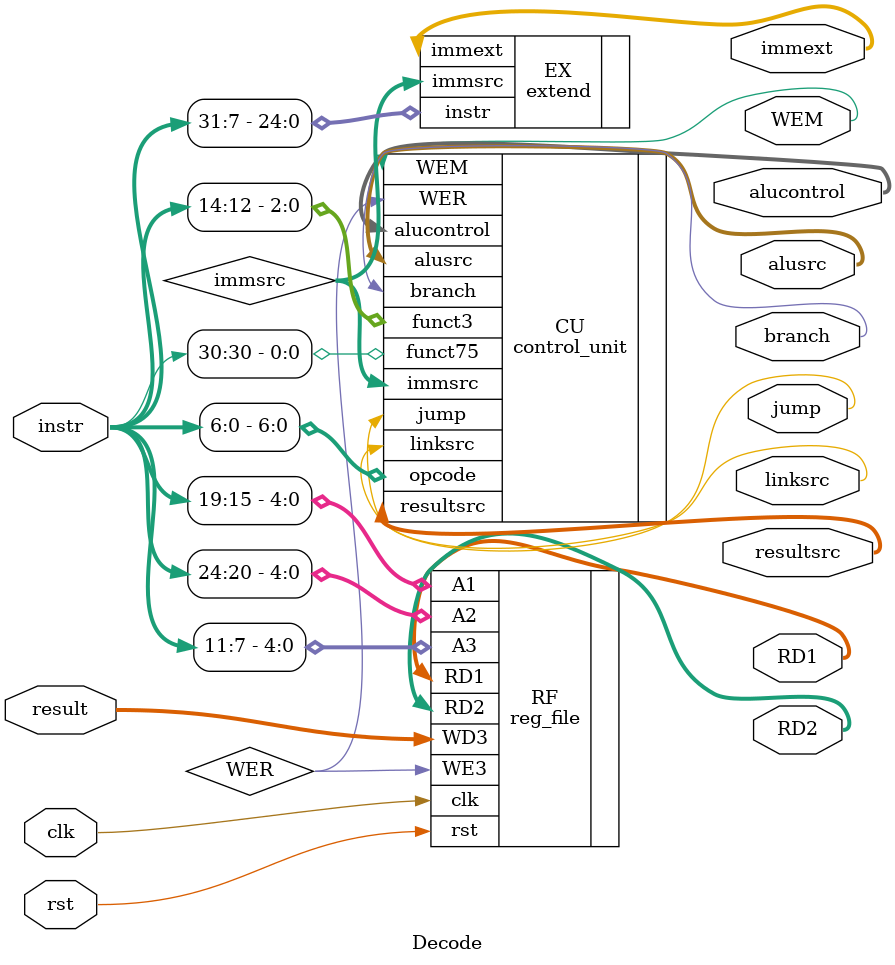
<source format=v>
`timescale 1ns / 1ps

module Decode(
    input  clk,rst,
    input  [31:0] instr,
    input  [31:0] result,
    output [31:0] RD1,RD2,
    output [31:0] immext,
    output [1:0]  resultsrc,
    output [1:0]  alusrc,
    output [3:0]  alucontrol,
    output        linksrc,
    output        jump,
    output        branch,
    output        WEM
    );
    
    wire       WER;
    wire [2:0] immsrc;
    
    control_unit CU (
    .opcode(instr[6:0]),
    .funct3(instr[14:12]),
    .funct75(instr[30]),
    .resultsrc(resultsrc),
    .alusrc(alusrc),
    .alucontrol(alucontrol),
    .linksrc(linksrc),
    .jump(jump),
    .branch(branch),
    .WEM(WEM),
    .WER(WER),
    .immsrc(immsrc)
    ); 
    
    reg_file RF(
    .clk(clk),
    .rst(rst),
    .WE3(WER),
    .A1(instr[19:15]),
    .A2(instr[24:20]),
    .A3(instr[11:7]),
    .WD3(result),
    .RD1(RD1),
    .RD2(RD2)
    );
    
    extend EX(
    .instr(instr[31:7]),
    .immsrc(immsrc),
    .immext(immext)
    );
    
endmodule

</source>
